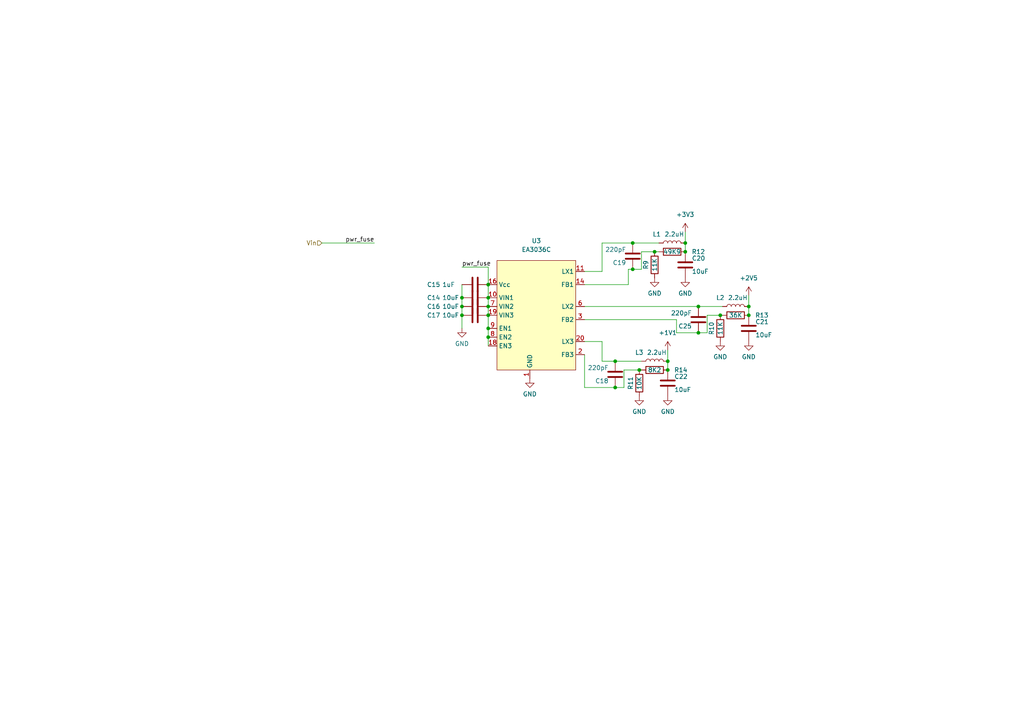
<source format=kicad_sch>
(kicad_sch (version 20211123) (generator eeschema)
  (paper "A4")
  (lib_symbols
    (symbol "Device:C" (pin_numbers hide) (pin_names (offset 0.254))
      (property "Reference" "C" (at 0.635 2.54 0))
      (property "Value" "C" (at 0.635 -2.54 0))
      (symbol "C_0_1"
        (polyline (pts (xy -2.032 -0.762) (xy 2.032 -0.762)) (stroke (width 0.508)))
        (polyline (pts (xy -2.032 0.762) (xy 2.032 0.762)) (stroke (width 0.508)))
      )
      (symbol "C_1_1"
        (pin passive line (at 0 3.81 270) (length 2.794) (name "~") (number "1"))
        (pin passive line (at 0 -3.81 90) (length 2.794) (name "~") (number "2"))
      )
    )
    (symbol "Device:L" (pin_numbers hide) (pin_names (offset 1.016) hide)
      (property "Reference" "L" (at -1.27 0 90))
      (property "Value" "L" (at 1.905 0 90))
      (symbol "L_0_1"
        (arc (start 0 -2.54) (mid 0.635 -1.905) (end 0 -1.27))
        (arc (start 0 -1.27) (mid 0.635 -0.635) (end 0 0))
        (arc (start 0 0) (mid 0.635 0.635) (end 0 1.27))
        (arc (start 0 1.27) (mid 0.635 1.905) (end 0 2.54))
      )
      (symbol "L_1_1"
        (pin passive line (at 0 3.81 270) (length 1.27) (name "1") (number "1"))
        (pin passive line (at 0 -3.81 90) (length 1.27) (name "2") (number "2"))
      )
    )
    (symbol "Device:R" (pin_numbers hide) (pin_names (offset 0))
      (property "Reference" "R" (at 2.032 0 90))
      (property "Value" "R" (at 0 0 90))
      (symbol "R_0_1"
        (rectangle (start -1.016 -2.54) (end 1.016 2.54) (stroke (width 0.254)))
      )
      (symbol "R_1_1"
        (pin passive line (at 0 3.81 270) (length 1.27) (name "~") (number "1"))
        (pin passive line (at 0 -3.81 90) (length 1.27) (name "~") (number "2"))
      )
    )
    (symbol "power:+1V1" (power) (pin_names (offset 0))
      (property "Value" "+1V1" (at 0 3.556 0))
      (symbol "+1V1_0_1"
        (polyline (pts (xy -0.762 1.27) (xy 0 2.54)))
        (polyline (pts (xy 0 0) (xy 0 2.54)))
        (polyline (pts (xy 0 2.54) (xy 0.762 1.27)))
      )
      (symbol "+1V1_1_1"
        (pin power_in line (at 0 0 90) (length 0) hide (name "+1V1") (number "1"))
      )
    )
    (symbol "power:+2V5" (power) (pin_names (offset 0))
      (property "Value" "+2V5" (at 0 3.556 0))
      (symbol "+2V5_0_1"
        (polyline (pts (xy -0.762 1.27) (xy 0 2.54)))
        (polyline (pts (xy 0 0) (xy 0 2.54)))
        (polyline (pts (xy 0 2.54) (xy 0.762 1.27)))
      )
      (symbol "+2V5_1_1"
        (pin power_in line (at 0 0 90) (length 0) hide (name "+2V5") (number "1"))
      )
    )
    (symbol "power:+3V3" (power) (pin_names (offset 0))
      (property "Value" "+3V3" (at 0 3.556 0))
      (symbol "+3V3_0_1"
        (polyline (pts (xy -0.762 1.27) (xy 0 2.54)))
        (polyline (pts (xy 0 0) (xy 0 2.54)))
        (polyline (pts (xy 0 2.54) (xy 0.762 1.27)))
      )
      (symbol "+3V3_1_1"
        (pin power_in line (at 0 0 90) (length 0) hide (name "+3V3") (number "1"))
      )
    )
    (symbol "power:GND" (power) (pin_names (offset 0))
      (property "Value" "GND" (at 0 -3.81 0))
      (symbol "GND_0_1"
        (polyline (pts (xy 0 0) (xy 0 -1.27) (xy 1.27 -1.27) (xy 0 -2.54) (xy -1.27 -1.27) (xy 0 -1.27)))
      )
      (symbol "GND_1_1"
        (pin power_in line (at 0 0 270) (length 0) hide (name "GND") (number "1"))
      )
    )
    (symbol "smm:EA3036C"
      (property "Reference" "U" (at -9.525 -9.525 0))
      (property "Value" "EA3036C" (at -8.89 -43.815 0))
      (symbol "EA3036C_0_0"
        (pin power_in line (at -12.7 -21.59 0) (length 2.54) (name "VIN1") (number "10"))
        (pin output line (at 15.24 -13.97 180) (length 2.54) (name "LX1") (number "11"))
        (pin power_in line (at -0.635 -45.085 90) (length 2.54) hide (name "GND") (number "12"))
        (pin power_in line (at -0.635 -45.085 90) (length 2.54) hide (name "GND") (number "13"))
        (pin input line (at 15.24 -17.78 180) (length 2.54) (name "FB1") (number "14"))
        (pin power_in line (at -0.635 -45.085 90) (length 2.54) hide (name "GND") (number "15"))
        (pin power_in line (at -12.7 -17.78 0) (length 2.54) (name "Vcc") (number "16"))
        (pin power_in line (at -0.635 -45.085 90) (length 2.54) hide (name "AGND") (number "17"))
        (pin input line (at -12.7 -35.56 0) (length 2.54) (name "EN3") (number "18"))
        (pin power_in line (at -12.7 -26.67 0) (length 2.54) (name "VIN3") (number "19"))
        (pin output line (at 15.24 -34.29 180) (length 2.54) (name "LX3") (number "20"))
        (pin power_in line (at -0.635 -45.085 90) (length 2.54) hide (name "GND") (number "21"))
        (pin input line (at 15.24 -27.94 180) (length 2.54) (name "FB2") (number "3"))
        (pin power_in line (at -0.635 -45.085 90) (length 2.54) hide (name "GND") (number "4"))
        (pin power_in line (at -0.635 -45.085 90) (length 2.54) hide (name "GND") (number "5"))
        (pin output line (at 15.24 -24.13 180) (length 2.54) (name "LX2") (number "6"))
        (pin power_in line (at -12.7 -24.13 0) (length 2.54) (name "VIN2") (number "7"))
        (pin input line (at -12.7 -33.02 0) (length 2.54) (name "EN2") (number "8"))
        (pin input line (at -12.7 -30.48 0) (length 2.54) (name "EN1") (number "9"))
      )
      (symbol "EA3036C_0_1"
        (rectangle (start -10.16 -10.795) (end 12.7 -42.545) (stroke (width 0.1524)) (fill (type background)))
      )
      (symbol "EA3036C_1_1"
        (pin power_in line (at -0.635 -45.085 90) (length 2.54) (name "GND") (number "1"))
        (pin input line (at 15.24 -38.1 180) (length 2.54) (name "FB3") (number "2"))
      )
    )
  )
  (junction (at 141.605 88.9))
  (junction (at 183.515 70.485))
  (junction (at 133.985 86.36))
  (junction (at 141.605 97.79))
  (junction (at 133.985 91.44))
  (junction (at 193.675 104.775))
  (junction (at 185.42 107.315))
  (junction (at 198.755 73.025))
  (junction (at 189.865 73.025))
  (junction (at 141.605 95.25))
  (junction (at 133.985 88.9))
  (junction (at 198.755 70.485))
  (junction (at 217.17 88.9))
  (junction (at 217.17 91.44))
  (junction (at 202.565 88.9))
  (junction (at 202.565 96.52))
  (junction (at 141.605 86.36))
  (junction (at 141.605 82.55))
  (junction (at 178.435 112.395))
  (junction (at 183.515 78.105))
  (junction (at 208.915 91.44))
  (junction (at 178.435 104.775))
  (junction (at 141.605 91.44))
  (junction (at 193.675 107.315))
  (wire (pts (xy 174.625 99.06) (xy 169.545 99.06)))
  (wire (pts (xy 133.985 86.36) (xy 133.985 88.9)))
  (wire (pts (xy 208.915 91.44) (xy 209.55 91.44)))
  (wire (pts (xy 183.515 70.485) (xy 191.135 70.485)))
  (wire (pts (xy 217.17 88.9) (xy 217.17 91.44)))
  (wire (pts (xy 196.215 92.71) (xy 196.215 96.52)))
  (wire (pts (xy 182.245 78.105) (xy 182.245 82.55)))
  (wire (pts (xy 133.985 77.47) (xy 141.605 77.47)))
  (wire (pts (xy 141.605 95.25) (xy 141.605 97.79)))
  (wire (pts (xy 169.545 88.9) (xy 202.565 88.9)))
  (wire (pts (xy 196.215 96.52) (xy 202.565 96.52)))
  (wire (pts (xy 183.515 78.105) (xy 182.245 78.105)))
  (wire (pts (xy 169.545 82.55) (xy 182.245 82.55)))
  (wire (pts (xy 180.975 112.395) (xy 178.435 112.395)))
  (wire (pts (xy 189.865 73.025) (xy 191.135 73.025)))
  (wire (pts (xy 178.435 104.775) (xy 174.625 104.775)))
  (wire (pts (xy 174.625 78.74) (xy 174.625 70.485)))
  (wire (pts (xy 174.625 104.775) (xy 174.625 99.06)))
  (wire (pts (xy 198.755 67.31) (xy 198.755 70.485)))
  (wire (pts (xy 141.605 91.44) (xy 141.605 95.25)))
  (wire (pts (xy 180.975 107.315) (xy 185.42 107.315)))
  (wire (pts (xy 186.055 73.025) (xy 186.055 78.105)))
  (wire (pts (xy 180.975 107.315) (xy 180.975 112.395)))
  (wire (pts (xy 133.985 91.44) (xy 133.985 95.25)))
  (wire (pts (xy 185.42 107.315) (xy 186.055 107.315)))
  (wire (pts (xy 141.605 97.79) (xy 141.605 100.33)))
  (wire (pts (xy 217.17 85.725) (xy 217.17 88.9)))
  (wire (pts (xy 186.055 73.025) (xy 189.865 73.025)))
  (wire (pts (xy 205.105 91.44) (xy 208.915 91.44)))
  (wire (pts (xy 205.105 96.52) (xy 202.565 96.52)))
  (wire (pts (xy 202.565 88.9) (xy 209.55 88.9)))
  (wire (pts (xy 133.985 88.9) (xy 133.985 91.44)))
  (wire (pts (xy 193.675 104.775) (xy 193.675 107.315)))
  (wire (pts (xy 133.985 82.55) (xy 133.985 86.36)))
  (wire (pts (xy 174.625 70.485) (xy 183.515 70.485)))
  (wire (pts (xy 141.605 77.47) (xy 141.605 82.55)))
  (wire (pts (xy 205.105 91.44) (xy 205.105 96.52)))
  (wire (pts (xy 186.055 78.105) (xy 183.515 78.105)))
  (wire (pts (xy 93.345 70.485) (xy 108.585 70.485)))
  (wire (pts (xy 198.755 70.485) (xy 198.755 73.025)))
  (wire (pts (xy 169.545 112.395) (xy 178.435 112.395)))
  (wire (pts (xy 178.435 104.775) (xy 186.055 104.775)))
  (wire (pts (xy 141.605 86.36) (xy 141.605 88.9)))
  (wire (pts (xy 169.545 102.87) (xy 169.545 112.395)))
  (wire (pts (xy 193.675 101.6) (xy 193.675 104.775)))
  (wire (pts (xy 169.545 92.71) (xy 196.215 92.71)))
  (wire (pts (xy 141.605 88.9) (xy 141.605 91.44)))
  (wire (pts (xy 141.605 82.55) (xy 141.605 86.36)))
  (wire (pts (xy 169.545 78.74) (xy 174.625 78.74)))
  (label "pwr_fuse" (at 108.585 70.485 180))
  (label "pwr_fuse" (at 133.985 77.47 0))
  (hierarchical_label "Vin" (shape input) (at 93.345 70.485 180))
  (symbol (lib_id "Device:C") (at 178.435 108.585 180) (unit 1)
    (property "Reference" "C18" (at 176.53 110.49 0) (effects (justify left)))
    (property "Value" "220pF" (at 176.53 106.68 0) (effects (justify left)))
    (property "Footprint" "Capacitor_SMD:C_0603_1608Metric" (effects hide))
  )
  (symbol (lib_id "power:GND") (at 153.67 109.855 0) (unit 1)
    (property "Reference" "#PWR0128" (effects hide))
    (property "Value" "GND" (at 153.67 114.3 0))
  )
  (symbol (lib_id "Device:C") (at 193.675 111.125 0) (unit 1)
    (property "Reference" "C22" (at 195.58 109.22 0) (effects (justify left)))
    (property "Value" "10uF" (at 195.58 113.03 0) (effects (justify left)))
    (property "Footprint" "Capacitor_SMD:C_0603_1608Metric" (effects hide))
  )
  (symbol (lib_id "Device:R") (at 194.945 73.025 90) (unit 1)
    (property "Reference" "R12" (at 202.565 73.025 90))
    (property "Value" "49K9" (at 194.945 73.025 90))
    (property "Footprint" "Resistor_SMD:R_0603_1608Metric" (effects hide))
  )
  (symbol (lib_id "power:GND") (at 208.915 99.06 0) (unit 1)
    (property "Reference" "#PWR0132" (effects hide))
    (property "Value" "GND" (at 208.915 103.505 0))
  )
  (symbol (lib_id "Device:R") (at 189.865 107.315 90) (unit 1)
    (property "Reference" "R14" (at 197.485 107.315 90))
    (property "Value" "8K2" (at 189.865 107.315 90))
    (property "Footprint" "Resistor_SMD:R_0603_1608Metric" (effects hide))
  )
  (symbol (lib_id "Device:R") (at 208.915 95.25 180) (unit 1)
    (property "Reference" "R10" (at 206.375 95.25 90))
    (property "Value" "11K" (at 208.915 95.25 90))
    (property "Footprint" "Resistor_SMD:R_0603_1608Metric" (effects hide))
  )
  (symbol (lib_id "Device:R") (at 213.36 91.44 90) (unit 1)
    (property "Reference" "R13" (at 220.98 91.44 90))
    (property "Value" "36K" (at 213.36 91.44 90))
    (property "Footprint" "Resistor_SMD:R_0603_1608Metric" (effects hide))
  )
  (symbol (lib_id "Device:C") (at 183.515 74.295 180) (unit 1)
    (property "Reference" "C19" (at 181.61 76.2 0) (effects (justify left)))
    (property "Value" "220pF" (at 181.61 72.39 0) (effects (justify left)))
    (property "Footprint" "Capacitor_SMD:C_0603_1608Metric" (effects hide))
  )
  (symbol (lib_id "Device:L") (at 194.945 70.485 90) (unit 1)
    (property "Reference" "L1" (at 190.5 67.945 90))
    (property "Value" "2.2uH" (at 195.58 67.945 90))
    (property "Footprint" "Inductor_SMD:L_1008_2520Metric" (effects hide))
  )
  (symbol (lib_id "power:GND") (at 217.17 99.06 0) (unit 1)
    (property "Reference" "#PWR0131" (effects hide))
    (property "Value" "GND" (at 217.17 103.505 0))
  )
  (symbol (lib_id "Device:L") (at 213.36 88.9 90) (unit 1)
    (property "Reference" "L2" (at 208.915 86.36 90))
    (property "Value" "2.2uH" (at 213.995 86.36 90))
    (property "Footprint" "Inductor_SMD:L_1008_2520Metric" (effects hide))
  )
  (symbol (lib_id "power:GND") (at 198.755 80.645 0) (unit 1)
    (property "Reference" "#PWR0137" (effects hide))
    (property "Value" "GND" (at 198.755 85.09 0))
  )
  (symbol (lib_id "Device:C") (at 137.795 82.55 270) (unit 1)
    (property "Reference" "C15" (at 123.825 82.55 90) (effects (justify left)))
    (property "Value" "1uF" (at 128.27 82.55 90) (effects (justify left)))
    (property "Footprint" "Capacitor_SMD:C_0603_1608Metric" (effects hide))
  )
  (symbol (lib_id "power:+1V1") (at 193.675 101.6 0) (unit 1)
    (property "Reference" "#PWR0130" (effects hide))
    (property "Value" "+1V1" (at 193.675 96.52 0))
  )
  (symbol (lib_id "Device:C") (at 137.795 88.9 270) (unit 1)
    (property "Reference" "C16" (at 123.825 88.9 90) (effects (justify left)))
    (property "Value" "10uF" (at 128.27 88.9 90) (effects (justify left)))
    (property "Footprint" "Capacitor_SMD:C_0603_1608Metric" (effects hide))
  )
  (symbol (lib_id "power:GND") (at 193.675 114.935 0) (unit 1)
    (property "Reference" "#PWR0129" (effects hide))
    (property "Value" "GND" (at 193.675 119.38 0))
  )
  (symbol (lib_id "smm:EA3036C") (at 154.305 64.77 0) (unit 1)
    (property "Reference" "U3" (at 155.575 69.85 0))
    (property "Value" "EA3036C" (at 155.575 72.39 0))
    (property "Footprint" "Package_DFN_QFN:QFN-20-1EP_3x3mm_P0.4mm_EP1.65x1.65mm" (effects hide))
  )
  (symbol (lib_id "power:GND") (at 185.42 114.935 0) (unit 1)
    (property "Reference" "#PWR0127" (effects hide))
    (property "Value" "GND" (at 185.42 119.38 0))
  )
  (symbol (lib_id "Device:L") (at 189.865 104.775 90) (unit 1)
    (property "Reference" "L3" (at 185.42 102.235 90))
    (property "Value" "2.2uH" (at 190.5 102.235 90))
    (property "Footprint" "Inductor_SMD:L_1008_2520Metric" (effects hide))
  )
  (symbol (lib_id "Device:C") (at 202.565 92.71 180) (unit 1)
    (property "Reference" "C25" (at 200.66 94.615 0) (effects (justify left)))
    (property "Value" "220pF" (at 200.66 90.805 0) (effects (justify left)))
    (property "Footprint" "Capacitor_SMD:C_0603_1608Metric" (effects hide))
  )
  (symbol (lib_id "Device:C") (at 198.755 76.835 0) (unit 1)
    (property "Reference" "C20" (at 200.66 74.93 0) (effects (justify left)))
    (property "Value" "10uF" (at 200.66 78.74 0) (effects (justify left)))
    (property "Footprint" "Capacitor_SMD:C_0603_1608Metric" (effects hide))
  )
  (symbol (lib_id "Device:R") (at 185.42 111.125 180) (unit 1)
    (property "Reference" "R11" (at 182.88 111.125 90))
    (property "Value" "10K" (at 185.42 111.125 90))
    (property "Footprint" "Resistor_SMD:R_0603_1608Metric" (effects hide))
  )
  (symbol (lib_id "power:GND") (at 189.865 80.645 0) (unit 1)
    (property "Reference" "#PWR0125" (effects hide))
    (property "Value" "GND" (at 189.865 85.09 0))
  )
  (symbol (lib_id "Device:R") (at 189.865 76.835 180) (unit 1)
    (property "Reference" "R9" (at 187.325 76.835 90))
    (property "Value" "11K" (at 189.865 76.835 90))
    (property "Footprint" "Resistor_SMD:R_0603_1608Metric" (effects hide))
  )
  (symbol (lib_id "Device:C") (at 137.795 86.36 270) (unit 1)
    (property "Reference" "C14" (at 123.825 86.36 90) (effects (justify left)))
    (property "Value" "10uF" (at 128.27 86.36 90) (effects (justify left)))
    (property "Footprint" "Capacitor_SMD:C_0603_1608Metric" (effects hide))
  )
  (symbol (lib_id "Device:C") (at 217.17 95.25 0) (unit 1)
    (property "Reference" "C21" (at 219.075 93.345 0) (effects (justify left)))
    (property "Value" "10uF" (at 219.075 97.155 0) (effects (justify left)))
    (property "Footprint" "Capacitor_SMD:C_0603_1608Metric" (effects hide))
  )
  (symbol (lib_id "power:+3V3") (at 198.755 67.31 0) (unit 1)
    (property "Reference" "#PWR0123" (effects hide))
    (property "Value" "+3V3" (at 198.755 62.23 0))
  )
  (symbol (lib_id "power:GND") (at 133.985 95.25 0) (unit 1)
    (property "Reference" "#PWR0134" (effects hide))
    (property "Value" "GND" (at 133.985 99.695 0))
  )
  (symbol (lib_id "Device:C") (at 137.795 91.44 270) (unit 1)
    (property "Reference" "C17" (at 123.825 91.44 90) (effects (justify left)))
    (property "Value" "10uF" (at 128.27 91.44 90) (effects (justify left)))
    (property "Footprint" "Capacitor_SMD:C_0603_1608Metric" (effects hide))
  )
  (symbol (lib_id "power:+2V5") (at 217.17 85.725 0) (unit 1)
    (property "Reference" "#PWR0122" (effects hide))
    (property "Value" "+2V5" (at 217.17 80.645 0))
  )
)
</source>
